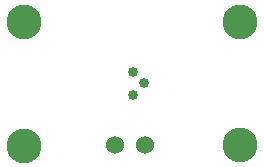
<source format=gbr>
%TF.GenerationSoftware,KiCad,Pcbnew,7.0.7*%
%TF.CreationDate,2023-11-07T19:30:11-06:00*%
%TF.ProjectId,LD_Breakout,4c445f42-7265-4616-9b6f-75742e6b6963,rev?*%
%TF.SameCoordinates,Original*%
%TF.FileFunction,Soldermask,Bot*%
%TF.FilePolarity,Negative*%
%FSLAX46Y46*%
G04 Gerber Fmt 4.6, Leading zero omitted, Abs format (unit mm)*
G04 Created by KiCad (PCBNEW 7.0.7) date 2023-11-07 19:30:11*
%MOMM*%
%LPD*%
G01*
G04 APERTURE LIST*
%ADD10C,1.524000*%
%ADD11C,2.946400*%
%ADD12C,0.850000*%
G04 APERTURE END LIST*
D10*
%TO.C,Conn2*%
X133477000Y-83834000D03*
X130937000Y-83834000D03*
%TD*%
D11*
%TO.C,H4*%
X123234580Y-83902420D03*
%TD*%
%TO.C,H1*%
X123291600Y-73406000D03*
%TD*%
%TO.C,H3*%
X141579600Y-83820000D03*
%TD*%
%TO.C,H2*%
X141579600Y-73406000D03*
%TD*%
D12*
%TO.C,LD2*%
X132461000Y-77627000D03*
X133461000Y-78627000D03*
X132461000Y-79627000D03*
%TD*%
M02*

</source>
